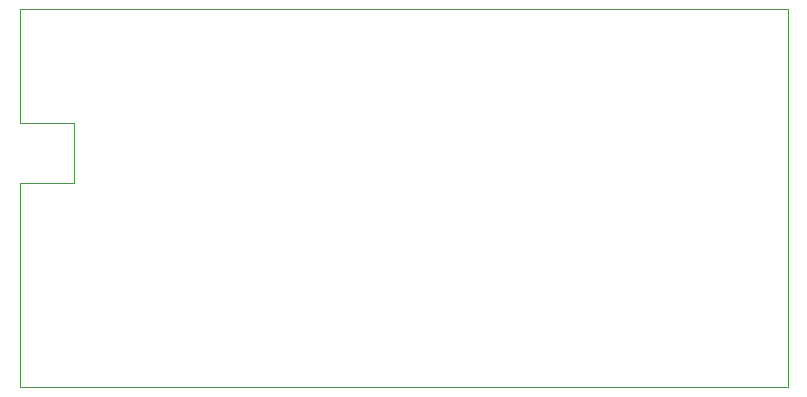
<source format=gbr>
%TF.GenerationSoftware,KiCad,Pcbnew,(5.1.9)-1*%
%TF.CreationDate,2021-12-20T00:17:31+00:00*%
%TF.ProjectId,BM83 breakout,424d3833-2062-4726-9561-6b6f75742e6b,rev?*%
%TF.SameCoordinates,Original*%
%TF.FileFunction,Profile,NP*%
%FSLAX46Y46*%
G04 Gerber Fmt 4.6, Leading zero omitted, Abs format (unit mm)*
G04 Created by KiCad (PCBNEW (5.1.9)-1) date 2021-12-20 00:17:31*
%MOMM*%
%LPD*%
G01*
G04 APERTURE LIST*
%TA.AperFunction,Profile*%
%ADD10C,0.050000*%
%TD*%
G04 APERTURE END LIST*
D10*
X136652000Y-113792000D02*
X136652000Y-81788000D01*
X71628000Y-96520000D02*
X71628000Y-113792000D01*
X71628000Y-81788000D02*
X71628000Y-91440000D01*
X76200000Y-96520000D02*
X71628000Y-96520000D01*
X76200000Y-91440000D02*
X76200000Y-96520000D01*
X71628000Y-91440000D02*
X76200000Y-91440000D01*
X136652000Y-81788000D02*
X71628000Y-81788000D01*
X71628000Y-113792000D02*
X136652000Y-113792000D01*
M02*

</source>
